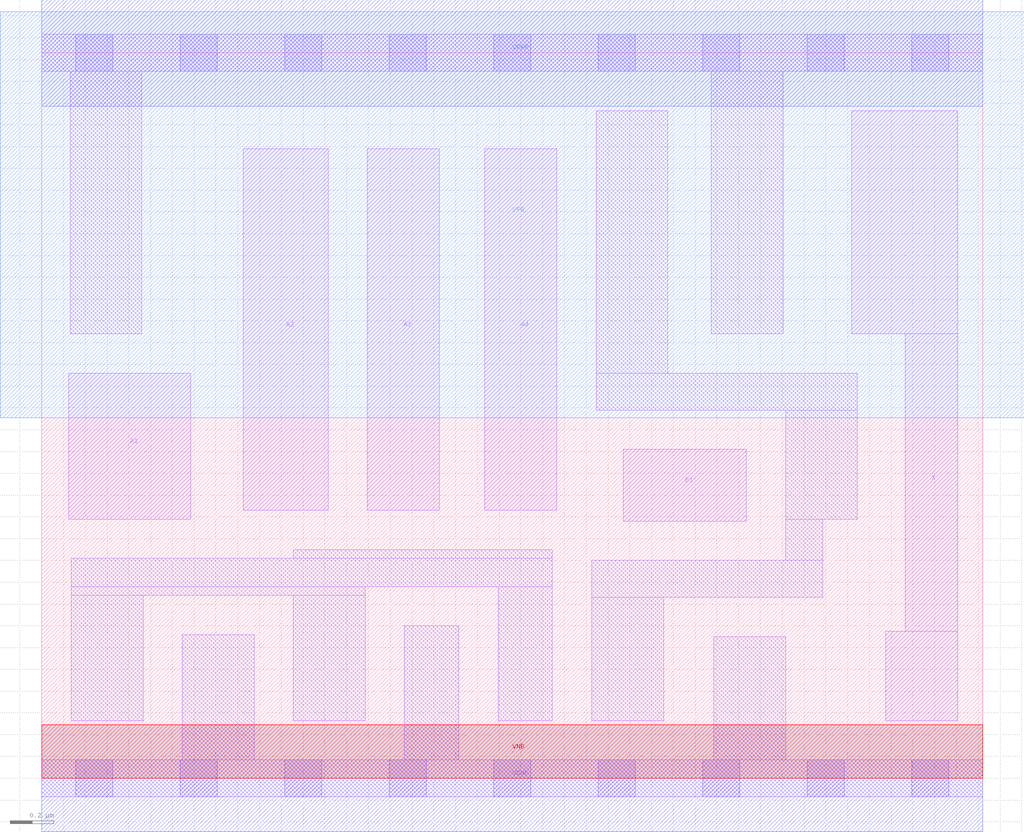
<source format=lef>
# Copyright 2020 The SkyWater PDK Authors
#
# Licensed under the Apache License, Version 2.0 (the "License");
# you may not use this file except in compliance with the License.
# You may obtain a copy of the License at
#
#     https://www.apache.org/licenses/LICENSE-2.0
#
# Unless required by applicable law or agreed to in writing, software
# distributed under the License is distributed on an "AS IS" BASIS,
# WITHOUT WARRANTIES OR CONDITIONS OF ANY KIND, either express or implied.
# See the License for the specific language governing permissions and
# limitations under the License.
#
# SPDX-License-Identifier: Apache-2.0

VERSION 5.7 ;
  NOWIREEXTENSIONATPIN ON ;
  DIVIDERCHAR "/" ;
  BUSBITCHARS "[]" ;
MACRO sky130_fd_sc_lp__o41a_lp
  CLASS CORE ;
  FOREIGN sky130_fd_sc_lp__o41a_lp ;
  ORIGIN  0.000000  0.000000 ;
  SIZE  4.320000 BY  3.330000 ;
  SYMMETRY X Y R90 ;
  SITE unit ;
  PIN A1
    ANTENNAGATEAREA  0.313000 ;
    DIRECTION INPUT ;
    USE SIGNAL ;
    PORT
      LAYER li1 ;
        RECT 0.125000 1.190000 0.685000 1.860000 ;
    END
  END A1
  PIN A2
    ANTENNAGATEAREA  0.313000 ;
    DIRECTION INPUT ;
    USE SIGNAL ;
    PORT
      LAYER li1 ;
        RECT 0.925000 1.230000 1.315000 2.890000 ;
    END
  END A2
  PIN A3
    ANTENNAGATEAREA  0.313000 ;
    DIRECTION INPUT ;
    USE SIGNAL ;
    PORT
      LAYER li1 ;
        RECT 1.495000 1.230000 1.825000 2.890000 ;
    END
  END A3
  PIN A4
    ANTENNAGATEAREA  0.313000 ;
    DIRECTION INPUT ;
    USE SIGNAL ;
    PORT
      LAYER li1 ;
        RECT 2.035000 1.230000 2.365000 2.890000 ;
    END
  END A4
  PIN B1
    ANTENNAGATEAREA  0.313000 ;
    DIRECTION INPUT ;
    USE SIGNAL ;
    PORT
      LAYER li1 ;
        RECT 2.670000 1.180000 3.235000 1.510000 ;
    END
  END B1
  PIN X
    ANTENNADIFFAREA  0.404700 ;
    DIRECTION OUTPUT ;
    USE SIGNAL ;
    PORT
      LAYER li1 ;
        RECT 3.720000 2.040000 4.205000 3.065000 ;
        RECT 3.875000 0.265000 4.205000 0.675000 ;
        RECT 3.965000 0.675000 4.205000 2.040000 ;
    END
  END X
  PIN VGND
    DIRECTION INOUT ;
    USE GROUND ;
    PORT
      LAYER met1 ;
        RECT 0.000000 -0.245000 4.320000 0.245000 ;
    END
  END VGND
  PIN VNB
    DIRECTION INOUT ;
    USE GROUND ;
    PORT
      LAYER pwell ;
        RECT 0.000000 0.000000 4.320000 0.245000 ;
    END
  END VNB
  PIN VPB
    DIRECTION INOUT ;
    USE POWER ;
    PORT
      LAYER nwell ;
        RECT -0.190000 1.655000 4.510000 3.520000 ;
    END
  END VPB
  PIN VPWR
    DIRECTION INOUT ;
    USE POWER ;
    PORT
      LAYER met1 ;
        RECT 0.000000 3.085000 4.320000 3.575000 ;
    END
  END VPWR
  OBS
    LAYER li1 ;
      RECT 0.000000 -0.085000 4.320000 0.085000 ;
      RECT 0.000000  3.245000 4.320000 3.415000 ;
      RECT 0.130000  2.040000 0.460000 3.245000 ;
      RECT 0.135000  0.265000 0.465000 0.840000 ;
      RECT 0.135000  0.840000 1.485000 0.880000 ;
      RECT 0.135000  0.880000 2.345000 1.010000 ;
      RECT 0.645000  0.085000 0.975000 0.660000 ;
      RECT 1.155000  0.265000 1.485000 0.840000 ;
      RECT 1.155000  1.010000 2.345000 1.050000 ;
      RECT 1.665000  0.085000 1.915000 0.700000 ;
      RECT 2.095000  0.265000 2.345000 0.880000 ;
      RECT 2.525000  0.265000 2.855000 0.830000 ;
      RECT 2.525000  0.830000 3.585000 1.000000 ;
      RECT 2.545000  1.690000 3.745000 1.860000 ;
      RECT 2.545000  1.860000 2.875000 3.065000 ;
      RECT 3.075000  2.040000 3.405000 3.245000 ;
      RECT 3.085000  0.085000 3.415000 0.650000 ;
      RECT 3.415000  1.000000 3.585000 1.190000 ;
      RECT 3.415000  1.190000 3.745000 1.690000 ;
    LAYER mcon ;
      RECT 0.155000 -0.085000 0.325000 0.085000 ;
      RECT 0.155000  3.245000 0.325000 3.415000 ;
      RECT 0.635000 -0.085000 0.805000 0.085000 ;
      RECT 0.635000  3.245000 0.805000 3.415000 ;
      RECT 1.115000 -0.085000 1.285000 0.085000 ;
      RECT 1.115000  3.245000 1.285000 3.415000 ;
      RECT 1.595000 -0.085000 1.765000 0.085000 ;
      RECT 1.595000  3.245000 1.765000 3.415000 ;
      RECT 2.075000 -0.085000 2.245000 0.085000 ;
      RECT 2.075000  3.245000 2.245000 3.415000 ;
      RECT 2.555000 -0.085000 2.725000 0.085000 ;
      RECT 2.555000  3.245000 2.725000 3.415000 ;
      RECT 3.035000 -0.085000 3.205000 0.085000 ;
      RECT 3.035000  3.245000 3.205000 3.415000 ;
      RECT 3.515000 -0.085000 3.685000 0.085000 ;
      RECT 3.515000  3.245000 3.685000 3.415000 ;
      RECT 3.995000 -0.085000 4.165000 0.085000 ;
      RECT 3.995000  3.245000 4.165000 3.415000 ;
  END
END sky130_fd_sc_lp__o41a_lp
END LIBRARY

</source>
